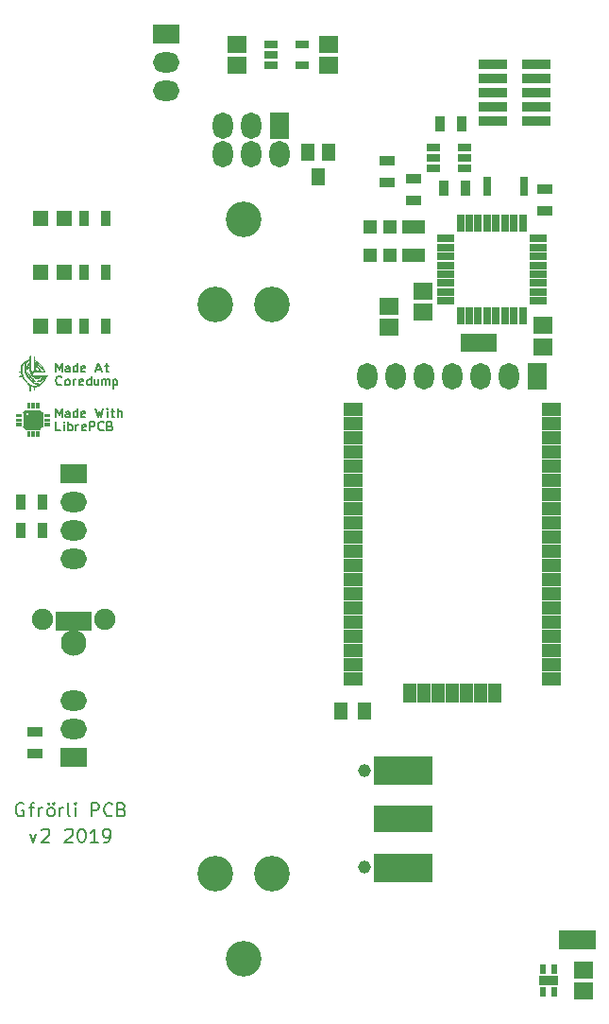
<source format=gbr>
G04 --- HEADER BEGIN --- *
%TF.GenerationSoftware,LibrePCB,LibrePCB,0.1.3*%
%TF.CreationDate,2019-12-12T00:55:15*%
%TF.ProjectId,Gfro?rli Hardware - Board,40295ca7-128f-4c1e-90ec-79de77364cdf,v2*%
%TF.Part,Single*%
%FSLAX66Y66*%
%MOMM*%
G01*
G74*
G04 --- HEADER END --- *
G04 --- APERTURE LIST BEGIN --- *
%ADD10C,0.0*%
%ADD11C,0.15*%
%ADD12R,1.3X1.2*%
%ADD13C,2.3*%
%ADD14R,0.65X1.7*%
%ADD15C,1.9*%
%ADD16R,0.75X1.7*%
%ADD17R,1.45X0.95*%
%ADD18R,1.8X0.9*%
%ADD19R,0.55X0.9*%
%ADD20R,5.28X2.486*%
%ADD21R,5.28X2.613*%
%ADD22C,1.1652*%
%ADD23R,1.7X1.5*%
%ADD24O,1.787X2.39*%
%ADD25R,1.787X2.39*%
%ADD26O,2.39X1.787*%
%ADD27R,2.39X1.787*%
%ADD28R,1.4X1.4*%
%ADD29R,0.95X1.45*%
%ADD30R,1.6X1.6*%
%ADD31R,1.2X1.6*%
%ADD32R,1.3X0.8*%
%ADD33R,1.216X1.724*%
%ADD34R,1.724X1.216*%
%ADD35R,1.5X0.67*%
%ADD36R,0.67X1.5*%
%ADD37R,2.6X0.96*%
%ADD38R,2.0X1.2*%
%ADD39R,1.15X1.5*%
%ADD40C,3.2*%
%ADD41C,0.2*%
G04 --- APERTURE LIST END --- *
G04 --- BOARD BEGIN --- *
D10*
X2867000Y57290000D02*
X2857000Y57270000D01*
X2897000Y57170000D01*
X2977000Y57030000D01*
X3087000Y56880000D01*
X3207000Y56760000D01*
X3277000Y56680000D01*
X3277000Y56660000D01*
X3257000Y56660000D01*
X3227000Y56650000D01*
X3227000Y56630000D01*
X3327000Y56570000D01*
X3427000Y56530000D01*
X3467000Y56530000D01*
X3457000Y56570000D01*
X3397000Y56660000D01*
X3337000Y56730000D01*
X3297000Y56750000D01*
X3237000Y56780000D01*
X3147000Y56880000D01*
X2967000Y57140000D01*
X2867000Y57290000D01*
X2867000Y57290000D01*
G36*
X2867000Y57290000D02*
X2857000Y57270000D01*
X2897000Y57170000D01*
X2977000Y57030000D01*
X3087000Y56880000D01*
X3207000Y56760000D01*
X3277000Y56680000D01*
X3277000Y56660000D01*
X3257000Y56660000D01*
X3227000Y56650000D01*
X3227000Y56630000D01*
X3327000Y56570000D01*
X3427000Y56530000D01*
X3467000Y56530000D01*
X3457000Y56570000D01*
X3397000Y56660000D01*
X3337000Y56730000D01*
X3297000Y56750000D01*
X3237000Y56780000D01*
X3147000Y56880000D01*
X2967000Y57140000D01*
X2867000Y57290000D01*
X2867000Y57290000D01*
G37*
X3737000Y56180000D02*
X3627000Y56130000D01*
X3487000Y56110000D01*
X3277000Y56130000D01*
X3147000Y56180000D01*
X3087000Y56210000D01*
X2997000Y56270000D01*
X2917000Y56310000D01*
X2907000Y56330000D01*
X2887000Y56340000D01*
X2817000Y56390000D01*
X2777000Y56460000D01*
X2767000Y56460000D01*
X2707000Y56500000D01*
X2687000Y56520000D01*
X2697000Y56520000D01*
X2697000Y56540000D01*
X2637000Y56610000D01*
X2547000Y56710000D01*
X2537000Y56730000D01*
X2567000Y56720000D01*
X2567000Y56730000D01*
X2527000Y56770000D01*
X2467000Y56870000D01*
X2437000Y56920000D01*
X2417000Y56960000D01*
X2397000Y57010000D01*
X2377000Y57050000D01*
X2377000Y57090000D01*
X2347000Y57140000D01*
X2297000Y57370000D01*
X2287000Y57630000D01*
X2317000Y57850000D01*
X2337000Y57900000D01*
X2367000Y57960000D01*
X2397000Y58020000D01*
X2467000Y58120000D01*
X2517000Y58170000D01*
X2557000Y58180000D01*
X2577000Y58180000D01*
X2617000Y58220000D01*
X2657000Y58240000D01*
X2637000Y58190000D01*
X2567000Y58040000D01*
X2547000Y57800000D01*
X2567000Y57530000D01*
X2577000Y57410000D01*
X2557000Y57360000D01*
X2577000Y57370000D01*
X2597000Y57380000D01*
X2607000Y57370000D01*
X2607000Y57330000D01*
X2627000Y57290000D01*
X2657000Y57230000D01*
X2697000Y57120000D01*
X2727000Y57040000D01*
X2777000Y56980000D01*
X2837000Y56900000D01*
X3047000Y56620000D01*
X3237000Y56470000D01*
X3407000Y56360000D01*
X3507000Y56320000D01*
X3627000Y56270000D01*
X3757000Y56250000D01*
X3847000Y56240000D01*
X3737000Y56180000D01*
X3777000Y56140000D01*
X3927000Y56220000D01*
X4137000Y56370000D01*
X4277000Y56520000D01*
X4357000Y56680000D01*
X4397000Y56880000D01*
X4407000Y56990000D01*
X4637000Y57030000D01*
X4627000Y57050000D01*
X4607000Y57060000D01*
X4557000Y57060000D01*
X4317000Y57040000D01*
X3337000Y57040000D01*
X3287000Y57090000D01*
X3207000Y57210000D01*
X3187000Y57280000D01*
X3197000Y57330000D01*
X3627000Y57370000D01*
X3657000Y57380000D01*
X3657000Y57390000D01*
X3667000Y57400000D01*
X3707000Y57400000D01*
X3767000Y57400000D01*
X3757000Y57430000D01*
X3607000Y57450000D01*
X3587000Y57470000D01*
X3547000Y57530000D01*
X3507000Y57590000D01*
X3507000Y57630000D01*
X3527000Y57720000D01*
X3547000Y57790000D01*
X3547000Y57840000D01*
X3567000Y57870000D01*
X3617000Y57860000D01*
X3717000Y57780000D01*
X3827000Y57640000D01*
X3857000Y57570000D01*
X3907000Y57480000D01*
X3917000Y57450000D01*
X3897000Y57440000D01*
X3757000Y57430000D01*
X3767000Y57400000D01*
X4127000Y57380000D01*
X4127000Y57410000D01*
X3997000Y57440000D01*
X3917000Y57590000D01*
X3847000Y57720000D01*
X3767000Y57810000D01*
X3657000Y57910000D01*
X3547000Y57980000D01*
X3437000Y58030000D01*
X3437000Y58200000D01*
X3437000Y58380000D01*
X3487000Y58360000D01*
X3597000Y58310000D01*
X3727000Y58220000D01*
X3977000Y57960000D01*
X4157000Y57680000D01*
X4257000Y57450000D01*
X4227000Y57420000D01*
X4127000Y57410000D01*
X4127000Y57380000D01*
X4357000Y57370000D01*
X4337000Y57410000D01*
X4247000Y57600000D01*
X4087000Y57890000D01*
X3957000Y58060000D01*
X3797000Y58220000D01*
X3627000Y58350000D01*
X3487000Y58430000D01*
X3437000Y58450000D01*
X3447000Y58600000D01*
X3427000Y58740000D01*
X3387000Y58750000D01*
X3387000Y57460000D01*
X3327000Y57430000D01*
X3227000Y57420000D01*
X3107000Y57450000D01*
X3077000Y57580000D01*
X3077000Y57910000D01*
X3077000Y58140000D01*
X3017000Y58140000D01*
X2987000Y57730000D01*
X2977000Y57620000D01*
X2987000Y57510000D01*
X3067000Y57270000D01*
X3197000Y57040000D01*
X3377000Y56870000D01*
X3537000Y56790000D01*
X3677000Y56760000D01*
X3817000Y56790000D01*
X3917000Y56860000D01*
X4047000Y56990000D01*
X4177000Y57000000D01*
X4277000Y57000000D01*
X4327000Y56980000D01*
X4347000Y56930000D01*
X4337000Y56840000D01*
X4297000Y56660000D01*
X4197000Y56500000D01*
X4057000Y56380000D01*
X3867000Y56320000D01*
X3667000Y56330000D01*
X3457000Y56400000D01*
X3257000Y56530000D01*
X3067000Y56710000D01*
X2897000Y56920000D01*
X2757000Y57170000D01*
X2657000Y57450000D01*
X2627000Y57630000D01*
X2627000Y57830000D01*
X2647000Y58020000D01*
X2697000Y58180000D01*
X2777000Y58300000D01*
X2887000Y58400000D01*
X2967000Y58450000D01*
X3007000Y58450000D01*
X3017000Y58400000D01*
X3017000Y58140000D01*
X3077000Y58140000D01*
X3067000Y58630000D01*
X3067000Y58800000D01*
X3047000Y58850000D01*
X3027000Y58680000D01*
X3017000Y58550000D01*
X2967000Y58510000D01*
X2657000Y58330000D01*
X2397000Y58140000D01*
X2317000Y58020000D01*
X2257000Y57880000D01*
X2227000Y57720000D01*
X2207000Y57540000D01*
X2207000Y57410000D01*
X2027000Y57370000D01*
X2027000Y57340000D01*
X2227000Y57340000D01*
X2287000Y57070000D01*
X2127000Y57030000D01*
X2027000Y56990000D01*
X2057000Y56980000D01*
X2117000Y56980000D01*
X2337000Y56990000D01*
X2367000Y56910000D01*
X2467000Y56730000D01*
X2617000Y56530000D01*
X2787000Y56340000D01*
X2937000Y56220000D01*
X3027000Y56160000D01*
X3017000Y55890000D01*
X3037000Y55660000D01*
X3077000Y55700000D01*
X3087000Y55900000D01*
X3097000Y56010000D01*
X3107000Y56090000D01*
X3127000Y56110000D01*
X3277000Y56070000D01*
X3397000Y56030000D01*
X3397000Y55880000D01*
X3387000Y55740000D01*
X3437000Y55760000D01*
X3437000Y55900000D01*
X3437000Y55920000D01*
X3447000Y55990000D01*
X3447000Y55940000D01*
X3437000Y55900000D01*
X3447000Y55970000D01*
X3467000Y56030000D01*
X3517000Y56040000D01*
X3687000Y56080000D01*
X3777000Y56140000D01*
X3737000Y56180000D01*
G36*
X3737000Y56180000D02*
X3627000Y56130000D01*
X3487000Y56110000D01*
X3277000Y56130000D01*
X3147000Y56180000D01*
X3087000Y56210000D01*
X2997000Y56270000D01*
X2917000Y56310000D01*
X2907000Y56330000D01*
X2887000Y56340000D01*
X2817000Y56390000D01*
X2777000Y56460000D01*
X2767000Y56460000D01*
X2707000Y56500000D01*
X2687000Y56520000D01*
X2697000Y56520000D01*
X2697000Y56540000D01*
X2637000Y56610000D01*
X2547000Y56710000D01*
X2537000Y56730000D01*
X2567000Y56720000D01*
X2567000Y56730000D01*
X2527000Y56770000D01*
X2467000Y56870000D01*
X2437000Y56920000D01*
X2417000Y56960000D01*
X2397000Y57010000D01*
X2377000Y57050000D01*
X2377000Y57090000D01*
X2347000Y57140000D01*
X2297000Y57370000D01*
X2287000Y57630000D01*
X2317000Y57850000D01*
X2337000Y57900000D01*
X2367000Y57960000D01*
X2397000Y58020000D01*
X2467000Y58120000D01*
X2517000Y58170000D01*
X2557000Y58180000D01*
X2577000Y58180000D01*
X2617000Y58220000D01*
X2657000Y58240000D01*
X2637000Y58190000D01*
X2567000Y58040000D01*
X2547000Y57800000D01*
X2567000Y57530000D01*
X2577000Y57410000D01*
X2557000Y57360000D01*
X2577000Y57370000D01*
X2597000Y57380000D01*
X2607000Y57370000D01*
X2607000Y57330000D01*
X2627000Y57290000D01*
X2657000Y57230000D01*
X2697000Y57120000D01*
X2727000Y57040000D01*
X2777000Y56980000D01*
X2837000Y56900000D01*
X3047000Y56620000D01*
X3237000Y56470000D01*
X3407000Y56360000D01*
X3507000Y56320000D01*
X3627000Y56270000D01*
X3757000Y56250000D01*
X3847000Y56240000D01*
X3737000Y56180000D01*
X3777000Y56140000D01*
X3927000Y56220000D01*
X4137000Y56370000D01*
X4277000Y56520000D01*
X4357000Y56680000D01*
X4397000Y56880000D01*
X4407000Y56990000D01*
X4637000Y57030000D01*
X4627000Y57050000D01*
X4607000Y57060000D01*
X4557000Y57060000D01*
X4317000Y57040000D01*
X3337000Y57040000D01*
X3287000Y57090000D01*
X3207000Y57210000D01*
X3187000Y57280000D01*
X3197000Y57330000D01*
X3627000Y57370000D01*
X3657000Y57380000D01*
X3657000Y57390000D01*
X3667000Y57400000D01*
X3707000Y57400000D01*
X3767000Y57400000D01*
X3757000Y57430000D01*
X3607000Y57450000D01*
X3587000Y57470000D01*
X3547000Y57530000D01*
X3507000Y57590000D01*
X3507000Y57630000D01*
X3527000Y57720000D01*
X3547000Y57790000D01*
X3547000Y57840000D01*
X3567000Y57870000D01*
X3617000Y57860000D01*
X3717000Y57780000D01*
X3827000Y57640000D01*
X3857000Y57570000D01*
X3907000Y57480000D01*
X3917000Y57450000D01*
X3897000Y57440000D01*
X3757000Y57430000D01*
X3767000Y57400000D01*
X4127000Y57380000D01*
X4127000Y57410000D01*
X3997000Y57440000D01*
X3917000Y57590000D01*
X3847000Y57720000D01*
X3767000Y57810000D01*
X3657000Y57910000D01*
X3547000Y57980000D01*
X3437000Y58030000D01*
X3437000Y58200000D01*
X3437000Y58380000D01*
X3487000Y58360000D01*
X3597000Y58310000D01*
X3727000Y58220000D01*
X3977000Y57960000D01*
X4157000Y57680000D01*
X4257000Y57450000D01*
X4227000Y57420000D01*
X4127000Y57410000D01*
X4127000Y57380000D01*
X4357000Y57370000D01*
X4337000Y57410000D01*
X4247000Y57600000D01*
X4087000Y57890000D01*
X3957000Y58060000D01*
X3797000Y58220000D01*
X3627000Y58350000D01*
X3487000Y58430000D01*
X3437000Y58450000D01*
X3447000Y58600000D01*
X3427000Y58740000D01*
X3387000Y58750000D01*
X3387000Y57460000D01*
X3327000Y57430000D01*
X3227000Y57420000D01*
X3107000Y57450000D01*
X3077000Y57580000D01*
X3077000Y57910000D01*
X3077000Y58140000D01*
X3017000Y58140000D01*
X2987000Y57730000D01*
X2977000Y57620000D01*
X2987000Y57510000D01*
X3067000Y57270000D01*
X3197000Y57040000D01*
X3377000Y56870000D01*
X3537000Y56790000D01*
X3677000Y56760000D01*
X3817000Y56790000D01*
X3917000Y56860000D01*
X4047000Y56990000D01*
X4177000Y57000000D01*
X4277000Y57000000D01*
X4327000Y56980000D01*
X4347000Y56930000D01*
X4337000Y56840000D01*
X4297000Y56660000D01*
X4197000Y56500000D01*
X4057000Y56380000D01*
X3867000Y56320000D01*
X3667000Y56330000D01*
X3457000Y56400000D01*
X3257000Y56530000D01*
X3067000Y56710000D01*
X2897000Y56920000D01*
X2757000Y57170000D01*
X2657000Y57450000D01*
X2627000Y57630000D01*
X2627000Y57830000D01*
X2647000Y58020000D01*
X2697000Y58180000D01*
X2777000Y58300000D01*
X2887000Y58400000D01*
X2967000Y58450000D01*
X3007000Y58450000D01*
X3017000Y58400000D01*
X3017000Y58140000D01*
X3077000Y58140000D01*
X3067000Y58630000D01*
X3067000Y58800000D01*
X3047000Y58850000D01*
X3027000Y58680000D01*
X3017000Y58550000D01*
X2967000Y58510000D01*
X2657000Y58330000D01*
X2397000Y58140000D01*
X2317000Y58020000D01*
X2257000Y57880000D01*
X2227000Y57720000D01*
X2207000Y57540000D01*
X2207000Y57410000D01*
X2027000Y57370000D01*
X2027000Y57340000D01*
X2227000Y57340000D01*
X2287000Y57070000D01*
X2127000Y57030000D01*
X2027000Y56990000D01*
X2057000Y56980000D01*
X2117000Y56980000D01*
X2337000Y56990000D01*
X2367000Y56910000D01*
X2467000Y56730000D01*
X2617000Y56530000D01*
X2787000Y56340000D01*
X2937000Y56220000D01*
X3027000Y56160000D01*
X3017000Y55890000D01*
X3037000Y55660000D01*
X3077000Y55700000D01*
X3087000Y55900000D01*
X3097000Y56010000D01*
X3107000Y56090000D01*
X3127000Y56110000D01*
X3277000Y56070000D01*
X3397000Y56030000D01*
X3397000Y55880000D01*
X3387000Y55740000D01*
X3437000Y55760000D01*
X3437000Y55900000D01*
X3437000Y55920000D01*
X3447000Y55990000D01*
X3447000Y55940000D01*
X3437000Y55900000D01*
X3447000Y55970000D01*
X3467000Y56030000D01*
X3517000Y56040000D01*
X3687000Y56080000D01*
X3777000Y56140000D01*
X3737000Y56180000D01*
G37*
X4237000Y56940000D02*
X4047000Y56750000D01*
X4077000Y56750000D01*
X4097000Y56750000D01*
X4107000Y56740000D01*
X4057000Y56680000D01*
X3927000Y56610000D01*
X3767000Y56580000D01*
X3677000Y56560000D01*
X3707000Y56540000D01*
X3797000Y56540000D01*
X3967000Y56570000D01*
X4097000Y56660000D01*
X4177000Y56710000D01*
X4197000Y56730000D01*
X4217000Y56820000D01*
X4237000Y56940000D01*
X4237000Y56940000D01*
G36*
X4237000Y56940000D02*
X4047000Y56750000D01*
X4077000Y56750000D01*
X4097000Y56750000D01*
X4107000Y56740000D01*
X4057000Y56680000D01*
X3927000Y56610000D01*
X3767000Y56580000D01*
X3677000Y56560000D01*
X3707000Y56540000D01*
X3797000Y56540000D01*
X3967000Y56570000D01*
X4097000Y56660000D01*
X4177000Y56710000D01*
X4197000Y56730000D01*
X4217000Y56820000D01*
X4237000Y56940000D01*
X4237000Y56940000D01*
G37*
X2907000Y58150000D02*
X2877000Y58140000D01*
X2827000Y58040000D01*
X2797000Y57900000D01*
X2787000Y57870000D01*
X2757000Y57850000D01*
X2727000Y57830000D01*
X2727000Y57810000D01*
X2747000Y57700000D01*
X2767000Y57610000D01*
X2807000Y57600000D01*
X2837000Y57660000D01*
X2877000Y57820000D01*
X2867000Y57850000D01*
X2847000Y57860000D01*
X2837000Y57910000D01*
X2877000Y58050000D01*
X2907000Y58120000D01*
X2907000Y58150000D01*
X2907000Y58150000D01*
G36*
X2907000Y58150000D02*
X2877000Y58140000D01*
X2827000Y58040000D01*
X2797000Y57900000D01*
X2787000Y57870000D01*
X2757000Y57850000D01*
X2727000Y57830000D01*
X2727000Y57810000D01*
X2747000Y57700000D01*
X2767000Y57610000D01*
X2807000Y57600000D01*
X2837000Y57660000D01*
X2877000Y57820000D01*
X2867000Y57850000D01*
X2847000Y57860000D01*
X2837000Y57910000D01*
X2877000Y58050000D01*
X2907000Y58120000D01*
X2907000Y58150000D01*
X2907000Y58150000D01*
G37*
X3507000Y58200000D02*
X3577000Y58090000D01*
X3677000Y57990000D01*
X3687000Y58010000D01*
X3697000Y58030000D01*
X3757000Y57990000D01*
X3847000Y57900000D01*
X3997000Y57700000D01*
X4057000Y57610000D01*
X4077000Y57600000D01*
X4087000Y57620000D01*
X3987000Y57780000D01*
X3817000Y57990000D01*
X3737000Y58090000D01*
X3757000Y58110000D01*
X3637000Y58170000D01*
X3507000Y58200000D01*
X3507000Y58200000D01*
G36*
X3507000Y58200000D02*
X3577000Y58090000D01*
X3677000Y57990000D01*
X3687000Y58010000D01*
X3697000Y58030000D01*
X3757000Y57990000D01*
X3847000Y57900000D01*
X3997000Y57700000D01*
X4057000Y57610000D01*
X4077000Y57600000D01*
X4087000Y57620000D01*
X3987000Y57780000D01*
X3817000Y57990000D01*
X3737000Y58090000D01*
X3757000Y58110000D01*
X3637000Y58170000D01*
X3507000Y58200000D01*
X3507000Y58200000D01*
G37*
D11*
X5402000Y57342000D02*
X5402000Y58142000D01*
X5668667Y57570444D01*
X5935333Y58142000D01*
X5935333Y57342000D01*
X6626666Y57342000D02*
X6626666Y57760667D01*
X6588444Y57837111D01*
X6512000Y57875333D01*
X6360000Y57875333D01*
X6283555Y57837111D01*
X6626666Y57380222D02*
X6550222Y57342000D01*
X6360000Y57342000D01*
X6283555Y57380222D01*
X6245333Y57456667D01*
X6245333Y57532222D01*
X6283555Y57608667D01*
X6360000Y57646889D01*
X6550222Y57646889D01*
X6626666Y57685111D01*
X7317999Y57342000D02*
X7317999Y58142000D01*
X7317999Y57380222D02*
X7241555Y57342000D01*
X7088666Y57342000D01*
X7013110Y57380222D01*
X6974888Y57418444D01*
X6936666Y57494000D01*
X6936666Y57723333D01*
X6974888Y57798889D01*
X7013110Y57837111D01*
X7088666Y57875333D01*
X7241555Y57875333D01*
X7317999Y57837111D01*
X7971110Y57380222D02*
X7894666Y57342000D01*
X7742666Y57342000D01*
X7666221Y57380222D01*
X7627999Y57456667D01*
X7627999Y57760667D01*
X7666221Y57837111D01*
X7742666Y57875333D01*
X7894666Y57875333D01*
X7971110Y57837111D01*
X8009332Y57760667D01*
X8009332Y57685111D01*
X7627999Y57608667D01*
X9025775Y57570444D02*
X9406220Y57570444D01*
X8949331Y57342000D02*
X9215998Y58142000D01*
X9482664Y57342000D01*
X9792664Y57875333D02*
X10097553Y57875333D01*
X9907331Y58142000D02*
X9907331Y57456667D01*
X9944664Y57380222D01*
X10021108Y57342000D01*
X10097553Y57342000D01*
X5897111Y56234444D02*
X5858889Y56196222D01*
X5745111Y56158000D01*
X5668667Y56158000D01*
X5554000Y56196222D01*
X5478444Y56272667D01*
X5440222Y56348222D01*
X5402000Y56501111D01*
X5402000Y56614889D01*
X5440222Y56767778D01*
X5478444Y56843333D01*
X5554000Y56919778D01*
X5668667Y56958000D01*
X5745111Y56958000D01*
X5858889Y56919778D01*
X5897111Y56881556D01*
X6359111Y56158000D02*
X6283555Y56196222D01*
X6245333Y56234444D01*
X6207111Y56310000D01*
X6207111Y56539333D01*
X6245333Y56614889D01*
X6283555Y56653111D01*
X6359111Y56691333D01*
X6473778Y56691333D01*
X6550222Y56653111D01*
X6588444Y56614889D01*
X6625778Y56539333D01*
X6625778Y56310000D01*
X6588444Y56234444D01*
X6550222Y56196222D01*
X6473778Y56158000D01*
X6359111Y56158000D01*
X6935778Y56158000D02*
X6935778Y56691333D01*
X6935778Y56539333D02*
X6974000Y56614889D01*
X7012222Y56653111D01*
X7087778Y56691333D01*
X7164222Y56691333D01*
X7817333Y56196222D02*
X7740889Y56158000D01*
X7588889Y56158000D01*
X7512444Y56196222D01*
X7474222Y56272667D01*
X7474222Y56576667D01*
X7512444Y56653111D01*
X7588889Y56691333D01*
X7740889Y56691333D01*
X7817333Y56653111D01*
X7855555Y56576667D01*
X7855555Y56501111D01*
X7474222Y56424667D01*
X8546888Y56158000D02*
X8546888Y56958000D01*
X8546888Y56196222D02*
X8470444Y56158000D01*
X8317555Y56158000D01*
X8241999Y56196222D01*
X8203777Y56234444D01*
X8165555Y56310000D01*
X8165555Y56539333D01*
X8203777Y56614889D01*
X8241999Y56653111D01*
X8317555Y56691333D01*
X8470444Y56691333D01*
X8546888Y56653111D01*
X9199999Y56691333D02*
X9199999Y56158000D01*
X8856888Y56691333D02*
X8856888Y56272667D01*
X8895110Y56196222D01*
X8971555Y56158000D01*
X9085332Y56158000D01*
X9161777Y56196222D01*
X9199999Y56234444D01*
X9509999Y56158000D02*
X9509999Y56691333D01*
X9509999Y56614889D02*
X9548221Y56653111D01*
X9624666Y56691333D01*
X9738443Y56691333D01*
X9814888Y56653111D01*
X9853110Y56576667D01*
X9853110Y56158000D01*
X9853110Y56576667D02*
X9891332Y56653111D01*
X9966888Y56691333D01*
X10081555Y56691333D01*
X10157999Y56653111D01*
X10195332Y56576667D01*
X10195332Y56158000D01*
X10505332Y56691333D02*
X10505332Y55891333D01*
X10505332Y56653111D02*
X10581776Y56691333D01*
X10733776Y56691333D01*
X10810221Y56653111D01*
X10848443Y56614889D01*
X10886665Y56539333D01*
X10886665Y56310000D01*
X10848443Y56234444D01*
X10810221Y56196222D01*
X10733776Y56158000D01*
X10581776Y56158000D01*
X10505332Y56196222D01*
D12*
X33598750Y70326254D03*
X35298750Y70326254D03*
D13*
X6985000Y33088500D03*
D14*
X7635000Y34988500D03*
D15*
X4185000Y35238500D03*
D14*
X5685000Y34988500D03*
D15*
X9785000Y35238500D03*
D14*
X8285000Y34988500D03*
X6335000Y34988500D03*
X6985000Y34988500D03*
D16*
X44095000Y73977500D03*
X47345000Y73977500D03*
D17*
X37465000Y74635000D03*
X37465000Y72685000D03*
D18*
X49530000Y2846250D03*
D19*
X49030000Y3846250D03*
X49030000Y1846250D03*
X50030000Y3846250D03*
X50030000Y1846250D03*
D20*
X36512500Y17292500D03*
D21*
X36512500Y12911000D03*
D22*
X33083500Y12974500D03*
X33083500Y21610500D03*
D21*
X36512500Y21674000D03*
D23*
X35242500Y61359375D03*
X35242500Y63259375D03*
D24*
X40957500Y56980000D03*
X35877500Y56980000D03*
X33337500Y56980000D03*
X46037500Y56980000D03*
D25*
X48577500Y56980000D03*
D24*
X43497500Y56980000D03*
X38417500Y56980000D03*
D23*
X52705000Y3796250D03*
X52705000Y1896250D03*
D26*
X6985000Y43180000D03*
X6985000Y45720000D03*
X6985000Y40640000D03*
D27*
X6985000Y48260000D03*
D28*
X6130000Y71120000D03*
X4030000Y71120000D03*
D29*
X2200000Y43180000D03*
X4150000Y43180000D03*
D27*
X6985000Y22860000D03*
D26*
X6985000Y27940000D03*
X6985000Y25400000D03*
D17*
X35084670Y74274324D03*
X35084670Y76224324D03*
D30*
X44059375Y60007500D03*
X42459375Y60007500D03*
D10*
X41659375Y60807500D02*
X44859375Y60807500D01*
X44859375Y59207500D01*
X41659375Y59207500D01*
X41659375Y60807500D01*
G36*
X41659375Y60807500D02*
X44859375Y60807500D01*
X44859375Y59207500D01*
X41659375Y59207500D01*
X41659375Y60807500D01*
G37*
D29*
X2200000Y45720000D03*
X4150000Y45720000D03*
D10*
X4362000Y52786000D02*
X4782000Y52786000D01*
X4782000Y52586000D01*
X4362000Y52586000D01*
X4362000Y52786000D01*
G36*
X4362000Y52786000D02*
X4782000Y52786000D01*
X4782000Y52586000D01*
X4362000Y52586000D01*
X4362000Y52786000D01*
G37*
X3202000Y54146000D02*
X3402000Y54146000D01*
X3402000Y54566000D01*
X3202000Y54566000D01*
X3202000Y54146000D01*
G36*
X3202000Y54146000D02*
X3402000Y54146000D01*
X3402000Y54566000D01*
X3202000Y54566000D01*
X3202000Y54146000D01*
G37*
X2802000Y54146000D02*
X3002000Y54146000D01*
X3002000Y54566000D01*
X2802000Y54566000D01*
X2802000Y54146000D01*
G36*
X2802000Y54146000D02*
X3002000Y54146000D01*
X3002000Y54566000D01*
X2802000Y54566000D01*
X2802000Y54146000D01*
G37*
X2242000Y53586000D02*
X1822000Y53586000D01*
X1822000Y53386000D01*
X2242000Y53386000D01*
X2242000Y53586000D01*
G36*
X2242000Y53586000D02*
X1822000Y53586000D01*
X1822000Y53386000D01*
X2242000Y53386000D01*
X2242000Y53586000D01*
G37*
X3202000Y52026000D02*
X3402000Y52026000D01*
X3402000Y51606000D01*
X3202000Y51606000D01*
X3202000Y52026000D01*
G36*
X3202000Y52026000D02*
X3402000Y52026000D01*
X3402000Y51606000D01*
X3202000Y51606000D01*
X3202000Y52026000D01*
G37*
X2667000Y53933000D02*
X3937000Y53933000D01*
G75*
G02*
X4149000Y53721000I0J-212000D01*
G01*
X4149000Y52451000D01*
G02*
X3937000Y52239000I-212000J0D01*
G01*
X2667000Y52239000D01*
G02*
X2455000Y52451000I0J212000D01*
G01*
X2455000Y53551000D01*
X2670000Y53551000D01*
G03*
X2837000Y53384000I167000J0D01*
G01*
G03*
X3004000Y53551000I0J167000D01*
G01*
G03*
X2837000Y53718000I-167000J0D01*
G01*
G03*
X2670000Y53551000I0J-167000D01*
G01*
X2455000Y53551000D01*
X2455000Y53721000D01*
G02*
X2667000Y53933000I212000J0D01*
G01*
G36*
X2667000Y53933000D02*
X3937000Y53933000D01*
G02*
X4149000Y53721000I0J-212000D01*
G01*
X4149000Y52451000D01*
G02*
X3937000Y52239000I-212000J0D01*
G01*
X2667000Y52239000D01*
G02*
X2455000Y52451000I0J212000D01*
G01*
X2455000Y53551000D01*
X2670000Y53551000D01*
G03*
X2837000Y53384000I167000J0D01*
G01*
G03*
X3004000Y53551000I0J167000D01*
G01*
G03*
X2837000Y53718000I-167000J0D01*
G01*
G03*
X2670000Y53551000I0J-167000D01*
G01*
X2455000Y53551000D01*
X2455000Y53721000D01*
G02*
X2667000Y53933000I212000J0D01*
G01*
G37*
X4362000Y53586000D02*
X4782000Y53586000D01*
X4782000Y53386000D01*
X4362000Y53386000D01*
X4362000Y53586000D01*
G36*
X4362000Y53586000D02*
X4782000Y53586000D01*
X4782000Y53386000D01*
X4362000Y53386000D01*
X4362000Y53586000D01*
G37*
X3602000Y54146000D02*
X3802000Y54146000D01*
X3802000Y54566000D01*
X3602000Y54566000D01*
X3602000Y54146000D01*
G36*
X3602000Y54146000D02*
X3802000Y54146000D01*
X3802000Y54566000D01*
X3602000Y54566000D01*
X3602000Y54146000D01*
G37*
X2242000Y53186000D02*
X1822000Y53186000D01*
X1822000Y52986000D01*
X2242000Y52986000D01*
X2242000Y53186000D01*
G36*
X2242000Y53186000D02*
X1822000Y53186000D01*
X1822000Y52986000D01*
X2242000Y52986000D01*
X2242000Y53186000D01*
G37*
X2802000Y52026000D02*
X3002000Y52026000D01*
X3002000Y51606000D01*
X2802000Y51606000D01*
X2802000Y52026000D01*
G36*
X2802000Y52026000D02*
X3002000Y52026000D01*
X3002000Y51606000D01*
X2802000Y51606000D01*
X2802000Y52026000D01*
G37*
X2242000Y52786000D02*
X1822000Y52786000D01*
X1822000Y52586000D01*
X2242000Y52586000D01*
X2242000Y52786000D01*
G36*
X2242000Y52786000D02*
X1822000Y52786000D01*
X1822000Y52586000D01*
X2242000Y52586000D01*
X2242000Y52786000D01*
G37*
X3602000Y52026000D02*
X3802000Y52026000D01*
X3802000Y51606000D01*
X3602000Y51606000D01*
X3602000Y52026000D01*
G36*
X3602000Y52026000D02*
X3802000Y52026000D01*
X3802000Y51606000D01*
X3602000Y51606000D01*
X3602000Y52026000D01*
G37*
X4362000Y53186000D02*
X4782000Y53186000D01*
X4782000Y52986000D01*
X4362000Y52986000D01*
X4362000Y53186000D01*
G36*
X4362000Y53186000D02*
X4782000Y53186000D01*
X4782000Y52986000D01*
X4362000Y52986000D01*
X4362000Y53186000D01*
G37*
D11*
X5402000Y53278000D02*
X5402000Y54078000D01*
X5668667Y53506444D01*
X5935333Y54078000D01*
X5935333Y53278000D01*
X6626666Y53278000D02*
X6626666Y53696667D01*
X6588444Y53773111D01*
X6512000Y53811333D01*
X6360000Y53811333D01*
X6283555Y53773111D01*
X6626666Y53316222D02*
X6550222Y53278000D01*
X6360000Y53278000D01*
X6283555Y53316222D01*
X6245333Y53392667D01*
X6245333Y53468222D01*
X6283555Y53544667D01*
X6360000Y53582889D01*
X6550222Y53582889D01*
X6626666Y53621111D01*
X7317999Y53278000D02*
X7317999Y54078000D01*
X7317999Y53316222D02*
X7241555Y53278000D01*
X7088666Y53278000D01*
X7013110Y53316222D01*
X6974888Y53354444D01*
X6936666Y53430000D01*
X6936666Y53659333D01*
X6974888Y53734889D01*
X7013110Y53773111D01*
X7088666Y53811333D01*
X7241555Y53811333D01*
X7317999Y53773111D01*
X7971110Y53316222D02*
X7894666Y53278000D01*
X7742666Y53278000D01*
X7666221Y53316222D01*
X7627999Y53392667D01*
X7627999Y53696667D01*
X7666221Y53773111D01*
X7742666Y53811333D01*
X7894666Y53811333D01*
X7971110Y53773111D01*
X8009332Y53696667D01*
X8009332Y53621111D01*
X7627999Y53544667D01*
X8949331Y54078000D02*
X9139553Y53278000D01*
X9292442Y53849556D01*
X9444442Y53278000D01*
X9634664Y54078000D01*
X9982886Y53278000D02*
X9982886Y53811333D01*
X9982886Y54078000D02*
X9944664Y54039778D01*
X9982886Y54001556D01*
X10021108Y54039778D01*
X9982886Y54078000D01*
X9982886Y54001556D01*
X10331108Y53811333D02*
X10635997Y53811333D01*
X10445775Y54078000D02*
X10445775Y53392667D01*
X10483108Y53316222D01*
X10559552Y53278000D01*
X10635997Y53278000D01*
X10945997Y53278000D02*
X10945997Y54078000D01*
X11289108Y53278000D02*
X11289108Y53696667D01*
X11250886Y53773111D01*
X11174441Y53811333D01*
X11060664Y53811333D01*
X10984219Y53773111D01*
X10945997Y53734889D01*
X5783333Y52094000D02*
X5402000Y52094000D01*
X5402000Y52894000D01*
X6131555Y52094000D02*
X6131555Y52627333D01*
X6131555Y52894000D02*
X6093333Y52855778D01*
X6131555Y52817556D01*
X6169777Y52855778D01*
X6131555Y52894000D01*
X6131555Y52817556D01*
X6479777Y52094000D02*
X6479777Y52894000D01*
X6479777Y52589111D02*
X6556221Y52627333D01*
X6708221Y52627333D01*
X6784666Y52589111D01*
X6822888Y52550889D01*
X6861110Y52475333D01*
X6861110Y52246000D01*
X6822888Y52170444D01*
X6784666Y52132222D01*
X6708221Y52094000D01*
X6556221Y52094000D01*
X6479777Y52132222D01*
X7171110Y52094000D02*
X7171110Y52627333D01*
X7171110Y52475333D02*
X7209332Y52550889D01*
X7247554Y52589111D01*
X7323110Y52627333D01*
X7399554Y52627333D01*
X8052665Y52132222D02*
X7976221Y52094000D01*
X7824221Y52094000D01*
X7747776Y52132222D01*
X7709554Y52208667D01*
X7709554Y52512667D01*
X7747776Y52589111D01*
X7824221Y52627333D01*
X7976221Y52627333D01*
X8052665Y52589111D01*
X8090887Y52512667D01*
X8090887Y52437111D01*
X7709554Y52360667D01*
X8400887Y52094000D02*
X8400887Y52894000D01*
X8705776Y52894000D01*
X8782220Y52855778D01*
X8819554Y52817556D01*
X8857776Y52742000D01*
X8857776Y52627333D01*
X8819554Y52550889D01*
X8782220Y52512667D01*
X8705776Y52475333D01*
X8400887Y52475333D01*
X9662887Y52170444D02*
X9624665Y52132222D01*
X9510887Y52094000D01*
X9434443Y52094000D01*
X9319776Y52132222D01*
X9244220Y52208667D01*
X9205998Y52284222D01*
X9167776Y52437111D01*
X9167776Y52550889D01*
X9205998Y52703778D01*
X9244220Y52779333D01*
X9319776Y52855778D01*
X9434443Y52894000D01*
X9510887Y52894000D01*
X9624665Y52855778D01*
X9662887Y52817556D01*
X10239554Y52512667D02*
X10354220Y52475333D01*
X10391554Y52437111D01*
X10429776Y52360667D01*
X10429776Y52246000D01*
X10391554Y52170444D01*
X10354220Y52132222D01*
X10277776Y52094000D01*
X9972887Y52094000D01*
X9972887Y52894000D01*
X10239554Y52894000D01*
X10315998Y52855778D01*
X10354220Y52817556D01*
X10391554Y52742000D01*
X10391554Y52665556D01*
X10354220Y52589111D01*
X10315998Y52550889D01*
X10239554Y52512667D01*
X9972887Y52512667D01*
D29*
X9865000Y71120000D03*
X7915000Y71120000D03*
D31*
X27942448Y76982572D03*
X28892448Y74782572D03*
X29842448Y76982572D03*
D29*
X42091250Y73818750D03*
X40141250Y73818750D03*
D23*
X38258750Y62708750D03*
X38258750Y64608750D03*
D32*
X42040000Y76517500D03*
X39240000Y76517500D03*
X42040000Y77467500D03*
X39240000Y77467500D03*
X39240000Y75567500D03*
X42040000Y75567500D03*
D30*
X52870000Y6508750D03*
X51270000Y6508750D03*
D10*
X50470000Y7308750D02*
X53670000Y7308750D01*
X53670000Y5708750D01*
X50470000Y5708750D01*
X50470000Y7308750D01*
G36*
X50470000Y7308750D02*
X53670000Y7308750D01*
X53670000Y5708750D01*
X50470000Y5708750D01*
X50470000Y7308750D01*
G37*
D33*
X37147500Y28575000D03*
D34*
X49847500Y33655000D03*
X32067500Y53975000D03*
X32067500Y38735000D03*
X49847500Y31115000D03*
X32067500Y46355000D03*
X49847500Y38735000D03*
D33*
X43497500Y28575000D03*
D34*
X32067500Y45085000D03*
X49847500Y45085000D03*
X32067500Y34925000D03*
D33*
X44767500Y28575000D03*
D34*
X49847500Y50165000D03*
X49847500Y40005000D03*
X32067500Y29845000D03*
X49847500Y47625000D03*
X32067500Y50165000D03*
X49847500Y42545000D03*
X32067500Y40005000D03*
X49847500Y53975000D03*
X49847500Y48895000D03*
X32067500Y47625000D03*
X49847500Y46355000D03*
X32067500Y48895000D03*
X49847500Y37465000D03*
D33*
X39687500Y28575000D03*
D34*
X32067500Y43815000D03*
X32067500Y41275000D03*
X32067500Y52705000D03*
D33*
X40957500Y28575000D03*
D34*
X49847500Y34925000D03*
X32067500Y33655000D03*
X49847500Y52705000D03*
X49847500Y51435000D03*
X32067500Y36195000D03*
X32067500Y31115000D03*
X32067500Y51435000D03*
X49847500Y43815000D03*
X32067500Y42545000D03*
X32067500Y37465000D03*
X49847500Y29845000D03*
D33*
X38417500Y28575000D03*
X42227500Y28575000D03*
D34*
X49847500Y36195000D03*
X49847500Y41275000D03*
X32067500Y32385000D03*
X49847500Y32385000D03*
D35*
X48600000Y66105000D03*
X48600000Y69305000D03*
X48600000Y65305000D03*
D36*
X45650000Y70655000D03*
X47250000Y70655000D03*
D35*
X40300000Y64505000D03*
D36*
X41650000Y70655000D03*
X43250000Y70655000D03*
D35*
X48600000Y63705000D03*
X40300000Y67705000D03*
D36*
X44050000Y62355000D03*
D35*
X48600000Y64505000D03*
D36*
X43250000Y62355000D03*
D35*
X40300000Y63705000D03*
X40300000Y69305000D03*
D36*
X45650000Y62355000D03*
X42450000Y62355000D03*
X44850000Y62355000D03*
X46450000Y70655000D03*
D35*
X40300000Y66905000D03*
D36*
X44850000Y70655000D03*
D35*
X48600000Y68505000D03*
X40300000Y65305000D03*
D36*
X42450000Y70655000D03*
D35*
X40300000Y68505000D03*
D36*
X47250000Y62355000D03*
D35*
X48600000Y67705000D03*
D36*
X41650000Y62355000D03*
X44050000Y70655000D03*
D35*
X48600000Y66905000D03*
D36*
X46450000Y62355000D03*
D35*
X40300000Y66105000D03*
D29*
X39823750Y79533750D03*
X41773750Y79533750D03*
D23*
X49053750Y61513125D03*
X49053750Y59613125D03*
D17*
X49212500Y73682500D03*
X49212500Y71732500D03*
D37*
X44558750Y84920000D03*
X44558750Y82380000D03*
X48468750Y79840000D03*
X48468750Y81110000D03*
X44558750Y81110000D03*
X48468750Y82380000D03*
X44558750Y79840000D03*
X48468750Y84920000D03*
X44558750Y83650000D03*
X48468750Y83650000D03*
D28*
X6130000Y61468000D03*
X4030000Y61468000D03*
D38*
X37464148Y70306716D03*
X37464148Y67806716D03*
D39*
X30913125Y27019250D03*
X33063125Y27019250D03*
D40*
X24765000Y12430000D03*
X22225000Y4810000D03*
X19685000Y12430000D03*
X22225000Y71050000D03*
X24765000Y63430000D03*
X19685000Y63430000D03*
D29*
X9865000Y66294000D03*
X7915000Y66294000D03*
D12*
X33598750Y67786246D03*
X35298750Y67786246D03*
D23*
X29845000Y86675000D03*
X29845000Y84775000D03*
D24*
X20320000Y79375000D03*
X22860000Y76835000D03*
X22860000Y79375000D03*
D25*
X25400000Y79375000D03*
D24*
X20320000Y76835000D03*
X25400000Y76835000D03*
D17*
X3492500Y23155000D03*
X3492500Y25105000D03*
D32*
X27435000Y86675000D03*
X24635000Y84775000D03*
X24635000Y85725000D03*
X24635000Y86675000D03*
X27435000Y84775000D03*
D23*
X21590000Y86675000D03*
X21590000Y84775000D03*
D28*
X6130000Y66294000D03*
X4030000Y66294000D03*
D26*
X15240000Y82550000D03*
D27*
X15240000Y87630000D03*
D26*
X15240000Y85090000D03*
D29*
X9865000Y61468000D03*
X7915000Y61468000D03*
D41*
X2456251Y18695787D02*
X2342918Y18753120D01*
X2170918Y18753120D01*
X1998918Y18695787D01*
X1885585Y18581120D01*
X1828251Y18467787D01*
X1770918Y18238453D01*
X1770918Y18067787D01*
X1828251Y17838453D01*
X1885585Y17725120D01*
X1998918Y17610453D01*
X2170918Y17553120D01*
X2285585Y17553120D01*
X2456251Y17610453D01*
X2513585Y17667787D01*
X2513585Y18067787D01*
X2285585Y18067787D01*
X2953585Y18353120D02*
X3410918Y18353120D01*
X3125585Y17553120D02*
X3125585Y18581120D01*
X3181585Y18695787D01*
X3296252Y18753120D01*
X3410918Y18753120D01*
X3850918Y17553120D02*
X3850918Y18353120D01*
X3850918Y18125120D02*
X3908251Y18238453D01*
X3965585Y18295787D01*
X4078918Y18353120D01*
X4193585Y18353120D01*
X4861585Y17553120D02*
X4748252Y17610453D01*
X4690918Y17667787D01*
X4633585Y17781120D01*
X4633585Y18125120D01*
X4690918Y18238453D01*
X4748252Y18295787D01*
X4861585Y18353120D01*
X5033585Y18353120D01*
X5148252Y18295787D01*
X5205585Y18238453D01*
X5261585Y18125120D01*
X5261585Y17781120D01*
X5205585Y17667787D01*
X5148252Y17610453D01*
X5033585Y17553120D01*
X4861585Y17553120D01*
X4748252Y18753120D02*
X4805585Y18695787D01*
X4748252Y18638453D01*
X4690918Y18695787D01*
X4748252Y18753120D01*
X4748252Y18638453D01*
X5205585Y18753120D02*
X5261585Y18695787D01*
X5205585Y18638453D01*
X5148252Y18695787D01*
X5205585Y18753120D01*
X5205585Y18638453D01*
X5701585Y17553120D02*
X5701585Y18353120D01*
X5701585Y18125120D02*
X5758918Y18238453D01*
X5816252Y18295787D01*
X5929585Y18353120D01*
X6044252Y18353120D01*
X6656252Y17553120D02*
X6541585Y17610453D01*
X6484252Y17725120D01*
X6484252Y18753120D01*
X7153585Y17553120D02*
X7153585Y18353120D01*
X7153585Y18753120D02*
X7096252Y18695787D01*
X7153585Y18638453D01*
X7210919Y18695787D01*
X7153585Y18753120D01*
X7153585Y18638453D01*
X8570918Y17553120D02*
X8570918Y18753120D01*
X9028251Y18753120D01*
X9142918Y18695787D01*
X9198918Y18638453D01*
X9256251Y18525120D01*
X9256251Y18353120D01*
X9198918Y18238453D01*
X9142918Y18181120D01*
X9028251Y18125120D01*
X8570918Y18125120D01*
X10438918Y17667787D02*
X10381584Y17610453D01*
X10210918Y17553120D01*
X10096251Y17553120D01*
X9924251Y17610453D01*
X9810918Y17725120D01*
X9753584Y17838453D01*
X9696251Y18067787D01*
X9696251Y18238453D01*
X9753584Y18467787D01*
X9810918Y18581120D01*
X9924251Y18695787D01*
X10096251Y18753120D01*
X10210918Y18753120D01*
X10381584Y18695787D01*
X10438918Y18638453D01*
X11278918Y18181120D02*
X11450918Y18125120D01*
X11506918Y18067787D01*
X11564251Y17953120D01*
X11564251Y17781120D01*
X11506918Y17667787D01*
X11450918Y17610453D01*
X11336251Y17553120D01*
X10878918Y17553120D01*
X10878918Y18753120D01*
X11278918Y18753120D01*
X11393585Y18695787D01*
X11450918Y18638453D01*
X11506918Y18525120D01*
X11506918Y18410453D01*
X11450918Y18295787D01*
X11393585Y18238453D01*
X11278918Y18181120D01*
X10878918Y18181120D01*
X3050918Y16019788D02*
X3336251Y15219788D01*
X3622918Y16019788D01*
X4120251Y16305121D02*
X4177585Y16362455D01*
X4290918Y16419788D01*
X4577585Y16419788D01*
X4690918Y16362455D01*
X4748251Y16305121D01*
X4805585Y16191788D01*
X4805585Y16077121D01*
X4748251Y15905121D01*
X4062918Y15219788D01*
X4805585Y15219788D01*
X6222917Y16305121D02*
X6280251Y16362455D01*
X6393584Y16419788D01*
X6680251Y16419788D01*
X6793584Y16362455D01*
X6850917Y16305121D01*
X6908251Y16191788D01*
X6908251Y16077121D01*
X6850917Y15905121D01*
X6165584Y15219788D01*
X6908251Y15219788D01*
X7633584Y16419788D02*
X7748251Y16419788D01*
X7862918Y16362455D01*
X7920251Y16305121D01*
X7976251Y16191788D01*
X8033584Y15962455D01*
X8033584Y15677121D01*
X7976251Y15447788D01*
X7920251Y15334455D01*
X7862918Y15277121D01*
X7748251Y15219788D01*
X7633584Y15219788D01*
X7520251Y15277121D01*
X7462918Y15334455D01*
X7405584Y15447788D01*
X7348251Y15677121D01*
X7348251Y15962455D01*
X7405584Y16191788D01*
X7462918Y16305121D01*
X7520251Y16362455D01*
X7633584Y16419788D01*
X9158917Y15219788D02*
X8473584Y15219788D01*
X8816251Y15219788D02*
X8816251Y16419788D01*
X8701584Y16247788D01*
X8588251Y16134455D01*
X8473584Y16077121D01*
X9713584Y15219788D02*
X9941584Y15219788D01*
X10056250Y15277121D01*
X10113584Y15334455D01*
X10226917Y15505121D01*
X10284250Y15734455D01*
X10284250Y16191788D01*
X10226917Y16305121D01*
X10170917Y16362455D01*
X10056250Y16419788D01*
X9826917Y16419788D01*
X9713584Y16362455D01*
X9656250Y16305121D01*
X9598917Y16191788D01*
X9598917Y15905121D01*
X9656250Y15791788D01*
X9713584Y15734455D01*
X9826917Y15677121D01*
X10056250Y15677121D01*
X10170917Y15734455D01*
X10226917Y15791788D01*
X10284250Y15905121D01*
G04 --- BOARD END --- *
%TF.MD5,8394dc5fe93112097f9bb8d330ee7549*%
M02*

</source>
